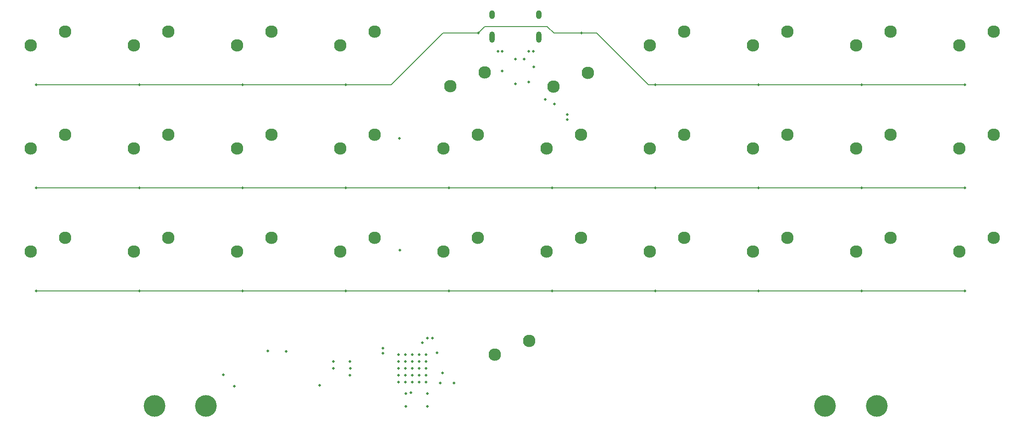
<source format=gbr>
%TF.GenerationSoftware,KiCad,Pcbnew,7.0.7-7.0.7~ubuntu23.04.1*%
%TF.CreationDate,2023-08-22T21:30:14-04:00*%
%TF.ProjectId,KeyboardSpeedrun,4b657962-6f61-4726-9453-706565647275,rev?*%
%TF.SameCoordinates,Original*%
%TF.FileFunction,Copper,L3,Inr*%
%TF.FilePolarity,Positive*%
%FSLAX46Y46*%
G04 Gerber Fmt 4.6, Leading zero omitted, Abs format (unit mm)*
G04 Created by KiCad (PCBNEW 7.0.7-7.0.7~ubuntu23.04.1) date 2023-08-22 21:30:14*
%MOMM*%
%LPD*%
G01*
G04 APERTURE LIST*
%TA.AperFunction,ComponentPad*%
%ADD10C,2.300000*%
%TD*%
%TA.AperFunction,ComponentPad*%
%ADD11C,4.000000*%
%TD*%
%TA.AperFunction,ComponentPad*%
%ADD12C,0.500000*%
%TD*%
%TA.AperFunction,ComponentPad*%
%ADD13O,1.000000X1.600000*%
%TD*%
%TA.AperFunction,ComponentPad*%
%ADD14O,1.000000X2.100000*%
%TD*%
%TA.AperFunction,ViaPad*%
%ADD15C,0.500000*%
%TD*%
%TA.AperFunction,Conductor*%
%ADD16C,0.150000*%
%TD*%
G04 APERTURE END LIST*
D10*
%TO.N,COLUMN0*%
%TO.C,MX1*%
X79533750Y-56991250D03*
%TO.N,Net-(D1-A)*%
X85883750Y-54451250D03*
%TD*%
%TO.N,COLUMN7*%
%TO.C,MX28*%
X212883750Y-95091250D03*
%TO.N,Net-(D28-A)*%
X219233750Y-92551250D03*
%TD*%
%TO.N,COLUMN2*%
%TO.C,MX13*%
X117633750Y-76041250D03*
%TO.N,Net-(D13-A)*%
X123983750Y-73501250D03*
%TD*%
%TO.N,COLUMN3*%
%TO.C,MX24*%
X136683750Y-95091250D03*
%TO.N,Net-(D24-A)*%
X143033750Y-92551250D03*
%TD*%
%TO.N,COLUMN8*%
%TO.C,MX9*%
X231933750Y-56991250D03*
%TO.N,Net-(D9-A)*%
X238283750Y-54451250D03*
%TD*%
%TO.N,COLUMN1*%
%TO.C,MX22*%
X98583750Y-95091250D03*
%TO.N,Net-(D22-A)*%
X104933750Y-92551250D03*
%TD*%
%TO.N,COLUMN0*%
%TO.C,MX11*%
X79533750Y-76041250D03*
%TO.N,Net-(D11-A)*%
X85883750Y-73501250D03*
%TD*%
%TO.N,COLUMN1*%
%TO.C,MX12*%
X98583750Y-76041250D03*
%TO.N,Net-(D12-A)*%
X104933750Y-73501250D03*
%TD*%
%TO.N,COLUMN7*%
%TO.C,MX8*%
X212883750Y-56991250D03*
%TO.N,Net-(D8-A)*%
X219233750Y-54451250D03*
%TD*%
%TO.N,COLUMN4*%
%TO.C,MX31*%
X165258750Y-114141250D03*
%TO.N,Net-(D31-A)*%
X171608750Y-111601250D03*
%TD*%
%TO.N,COLUMN8*%
%TO.C,MX19*%
X231933750Y-76041250D03*
%TO.N,Net-(D19-A)*%
X238283750Y-73501250D03*
%TD*%
%TO.N,COLUMN4*%
%TO.C,MX5*%
X163353750Y-62051250D03*
%TO.N,Net-(D5-A)*%
X157003750Y-64591250D03*
%TD*%
%TO.N,COLUMN9*%
%TO.C,MX10*%
X250983750Y-56991250D03*
%TO.N,Net-(D10-A)*%
X257333750Y-54451250D03*
%TD*%
%TO.N,COLUMN7*%
%TO.C,MX18*%
X212883750Y-76041250D03*
%TO.N,Net-(D18-A)*%
X219233750Y-73501250D03*
%TD*%
%TO.N,COLUMN9*%
%TO.C,MX30*%
X250983750Y-95091250D03*
%TO.N,Net-(D30-A)*%
X257333750Y-92551250D03*
%TD*%
%TO.N,COLUMN2*%
%TO.C,MX23*%
X117633750Y-95091250D03*
%TO.N,Net-(D23-A)*%
X123983750Y-92551250D03*
%TD*%
%TO.N,COLUMN3*%
%TO.C,MX14*%
X136683750Y-76041250D03*
%TO.N,Net-(D14-A)*%
X143033750Y-73501250D03*
%TD*%
%TO.N,COLUMN5*%
%TO.C,MX16*%
X174783750Y-76041250D03*
%TO.N,Net-(D16-A)*%
X181133750Y-73501250D03*
%TD*%
D11*
%TO.N,*%
%TO.C,STAB31*%
X235743750Y-123666250D03*
X226218750Y-123666250D03*
X111918750Y-123666250D03*
X102393750Y-123666250D03*
%TD*%
D10*
%TO.N,COLUMN4*%
%TO.C,MX25*%
X155733750Y-95091250D03*
%TO.N,Net-(D25-A)*%
X162083750Y-92551250D03*
%TD*%
%TO.N,COLUMN8*%
%TO.C,MX29*%
X231933750Y-95091250D03*
%TO.N,Net-(D29-A)*%
X238283750Y-92551250D03*
%TD*%
%TO.N,COLUMN1*%
%TO.C,MX2*%
X98583750Y-56991250D03*
%TO.N,Net-(D2-A)*%
X104933750Y-54451250D03*
%TD*%
%TO.N,COLUMN6*%
%TO.C,MX7*%
X193833750Y-56991250D03*
%TO.N,Net-(D7-A)*%
X200183750Y-54451250D03*
%TD*%
%TO.N,COLUMN9*%
%TO.C,MX20*%
X250983750Y-76041250D03*
%TO.N,Net-(D20-A)*%
X257333750Y-73501250D03*
%TD*%
%TO.N,COLUMN6*%
%TO.C,MX17*%
X193833750Y-76041250D03*
%TO.N,Net-(D17-A)*%
X200183750Y-73501250D03*
%TD*%
%TO.N,COLUMN4*%
%TO.C,MX15*%
X155733750Y-76041250D03*
%TO.N,Net-(D15-A)*%
X162083750Y-73501250D03*
%TD*%
%TO.N,COLUMN0*%
%TO.C,MX21*%
X79533750Y-95091250D03*
%TO.N,Net-(D21-A)*%
X85883750Y-92551250D03*
%TD*%
%TO.N,COLUMN5*%
%TO.C,MX6*%
X182423750Y-62071250D03*
%TO.N,Net-(D6-A)*%
X176073750Y-64611250D03*
%TD*%
%TO.N,COLUMN6*%
%TO.C,MX27*%
X193833750Y-95091250D03*
%TO.N,Net-(D27-A)*%
X200183750Y-92551250D03*
%TD*%
%TO.N,COLUMN3*%
%TO.C,MX4*%
X136683750Y-56991250D03*
%TO.N,Net-(D4-A)*%
X143033750Y-54451250D03*
%TD*%
%TO.N,COLUMN5*%
%TO.C,MX26*%
X174783750Y-95091250D03*
%TO.N,Net-(D26-A)*%
X181133750Y-92551250D03*
%TD*%
%TO.N,COLUMN2*%
%TO.C,MX3*%
X117633750Y-56991250D03*
%TO.N,Net-(D3-A)*%
X123983750Y-54451250D03*
%TD*%
D12*
%TO.N,GND*%
%TO.C,U1*%
X147468750Y-119231250D03*
X148743750Y-119231250D03*
X150018750Y-119231250D03*
X151293750Y-119231250D03*
X152568750Y-119231250D03*
X147468750Y-117956250D03*
X148743750Y-117956250D03*
X150018750Y-117956250D03*
X151293750Y-117956250D03*
X152568750Y-117956250D03*
X147468750Y-116681250D03*
X148743750Y-116681250D03*
X150018750Y-116681250D03*
X151293750Y-116681250D03*
X152568750Y-116681250D03*
X147468750Y-115406250D03*
X148743750Y-115406250D03*
X150018750Y-115406250D03*
X151293750Y-115406250D03*
X152568750Y-115406250D03*
X147468750Y-114131250D03*
X148743750Y-114131250D03*
X150018750Y-114131250D03*
X151293750Y-114131250D03*
X152568750Y-114131250D03*
%TD*%
D13*
%TO.N,GND*%
%TO.C,J1*%
X164748750Y-51337500D03*
D14*
X164748750Y-55517500D03*
D13*
X173388750Y-51337500D03*
D14*
X173388750Y-55517500D03*
%TD*%
D15*
%TO.N,+3.3V*%
X155198750Y-119436250D03*
X152768750Y-111146250D03*
X117148750Y-119986250D03*
X148768750Y-121336250D03*
X178638750Y-70726250D03*
X152768750Y-121326250D03*
X138445625Y-115416250D03*
X144608750Y-113926250D03*
%TO.N,GND*%
X148768750Y-123776250D03*
X144588750Y-112966250D03*
X138445625Y-117956250D03*
X153728750Y-111146250D03*
X157738750Y-119436250D03*
X152768750Y-123766250D03*
X126678750Y-113576250D03*
X178628750Y-69776250D03*
X169068750Y-64156250D03*
X115118750Y-117876250D03*
X147658750Y-74196250D03*
X176248750Y-67896250D03*
X166568750Y-61736250D03*
X172408750Y-61006250D03*
X170688750Y-59596250D03*
X147738750Y-94866250D03*
X172318750Y-58136250D03*
X165828750Y-58136250D03*
%TO.N,/SWD*%
X151898750Y-111946250D03*
X135405625Y-115416250D03*
%TO.N,/~{RST}*%
X138598750Y-116686250D03*
X132878750Y-119846250D03*
X149768750Y-121216250D03*
%TO.N,/SWCLK*%
X154558750Y-113846250D03*
X135398750Y-116676250D03*
%TO.N,ROW0*%
X252038750Y-64296250D03*
X137738750Y-64296250D03*
X99638750Y-64296250D03*
X194888750Y-64296250D03*
X213938750Y-64296250D03*
X118688750Y-64296250D03*
X181228750Y-54766250D03*
X80588750Y-64296250D03*
X162168750Y-54746250D03*
X232988750Y-64296250D03*
%TO.N,ROW1*%
X156788750Y-83346250D03*
X137738750Y-83346250D03*
X232988750Y-83346250D03*
X194888750Y-83346250D03*
X252038750Y-83346250D03*
X99638750Y-83346250D03*
X80588750Y-83346250D03*
X213938750Y-83346250D03*
X118688750Y-83346250D03*
X175838750Y-83346250D03*
%TO.N,ROW2*%
X118688750Y-102396250D03*
X232988750Y-102396250D03*
X194888750Y-102396250D03*
X80588750Y-102396250D03*
X137738750Y-102396250D03*
X99638750Y-102396250D03*
X213938750Y-102396250D03*
X156788750Y-102396250D03*
X175838750Y-102396250D03*
X252038750Y-102396250D03*
%TO.N,/BOOT0*%
X123358750Y-113486250D03*
X155568750Y-117536250D03*
%TO.N,VBUS*%
X174538750Y-66976250D03*
X169068750Y-59586250D03*
%TO.N,Net-(F1-Pad1)*%
X166618750Y-58136250D03*
X171508750Y-63816250D03*
X171518750Y-58136250D03*
%TD*%
D16*
%TO.N,ROW0*%
X146108750Y-64296250D02*
X155658750Y-54746250D01*
X80588750Y-64296250D02*
X146108750Y-64296250D01*
X155658750Y-54746250D02*
X162168750Y-54746250D01*
X193568750Y-64296250D02*
X194888750Y-64296250D01*
X184038750Y-54766250D02*
X193568750Y-64296250D01*
X174898750Y-53536250D02*
X176118750Y-54756250D01*
X194888750Y-64296250D02*
X252038750Y-64296250D01*
X162168750Y-54746250D02*
X163378750Y-53536250D01*
X181218750Y-54756250D02*
X181228750Y-54766250D01*
X163378750Y-53536250D02*
X174898750Y-53536250D01*
X181228750Y-54766250D02*
X184038750Y-54766250D01*
X176118750Y-54756250D02*
X181218750Y-54756250D01*
%TO.N,ROW1*%
X252038750Y-83346250D02*
X80588750Y-83346250D01*
%TO.N,ROW2*%
X80588750Y-102396250D02*
X252038750Y-102396250D01*
%TD*%
M02*

</source>
